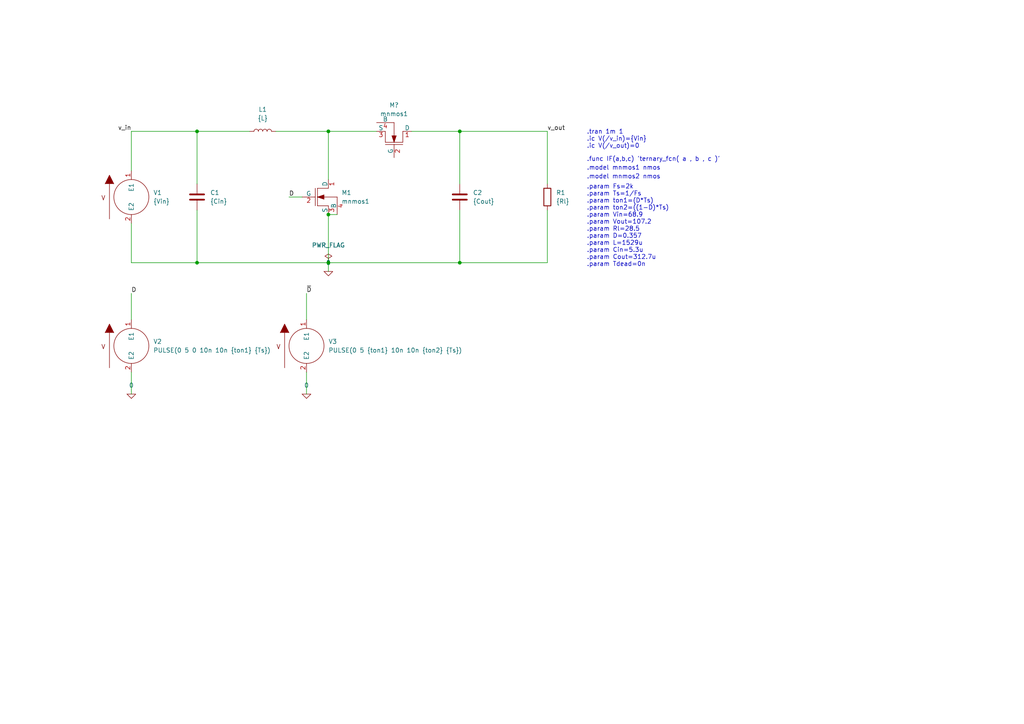
<source format=kicad_sch>
(kicad_sch (version 20211123) (generator eeschema)
  (paper "A4")
  (lib_symbols
    (symbol "Device:C" (pin_numbers hide) (pin_names (offset 0.254))
      (property "Reference" "C" (at 0.635 2.54 0))
      (property "Value" "C" (at 0.635 -2.54 0))
      (symbol "C_0_1"
        (polyline (pts (xy -2.032 -0.762) (xy 2.032 -0.762)) (stroke (width 0.508)))
        (polyline (pts (xy -2.032 0.762) (xy 2.032 0.762)) (stroke (width 0.508)))
      )
      (symbol "C_1_1"
        (pin passive line (at 0 3.81 270) (length 2.794) (name "~") (number "1"))
        (pin passive line (at 0 -3.81 90) (length 2.794) (name "~") (number "2"))
      )
    )
    (symbol "Device:L" (pin_numbers hide) (pin_names (offset 1.016) hide)
      (property "Reference" "L" (at -1.27 0 90))
      (property "Value" "L" (at 1.905 0 90))
      (symbol "L_0_1"
        (arc (start 0 -2.54) (mid 0.635 -1.905) (end 0 -1.27))
        (arc (start 0 -1.27) (mid 0.635 -0.635) (end 0 0))
        (arc (start 0 0) (mid 0.635 0.635) (end 0 1.27))
        (arc (start 0 1.27) (mid 0.635 1.905) (end 0 2.54))
      )
      (symbol "L_1_1"
        (pin passive line (at 0 3.81 270) (length 1.27) (name "1") (number "1"))
        (pin passive line (at 0 -3.81 90) (length 1.27) (name "2") (number "2"))
      )
    )
    (symbol "Device:R" (pin_numbers hide) (pin_names (offset 0))
      (property "Reference" "R" (at 2.032 0 90))
      (property "Value" "R" (at 0 0 90))
      (symbol "R_0_1"
        (rectangle (start -1.016 -2.54) (end 1.016 2.54) (stroke (width 0.254)))
      )
      (symbol "R_1_1"
        (pin passive line (at 0 3.81 270) (length 1.27) (name "~") (number "1"))
        (pin passive line (at 0 -3.81 90) (length 1.27) (name "~") (number "2"))
      )
    )
    (symbol "power:PWR_FLAG" (power) (pin_numbers hide) (pin_names (offset 0) hide)
      (property "Value" "PWR_FLAG" (at 0 3.81 0))
      (symbol "PWR_FLAG_0_0"
        (pin power_out line (at 0 0 90) (length 0) (name "pwr") (number "1"))
      )
      (symbol "PWR_FLAG_0_1"
        (polyline (pts (xy 0 0) (xy 0 1.27) (xy -1.016 1.905) (xy 0 2.54) (xy 1.016 1.905) (xy 0 1.27)))
      )
    )
    (symbol "pspice:0" (power) (pin_names (offset 0))
      (property "Value" "0" (at 0 -1.778 0))
      (symbol "0_0_1"
        (polyline (pts (xy -1.27 0) (xy 0 -1.27) (xy 1.27 0) (xy -1.27 0)))
      )
      (symbol "0_1_1"
        (pin power_in line (at 0 0 0) (length 0) hide (name "0") (number "1"))
      )
    )
    (symbol "pspice:MNMOS" (pin_names (offset 0))
      (property "Reference" "M" (at 7.62 1.27 0))
      (property "Value" "MNMOS" (at 7.62 -1.27 0))
      (symbol "MNMOS_0_1"
        (polyline (pts (xy -1.27 -2.54) (xy -1.27 2.54)))
        (polyline (pts (xy -0.635 -2.54) (xy 2.54 -2.54)))
        (polyline (pts (xy 2.54 2.54) (xy -0.635 2.54)))
        (polyline (pts (xy 5.08 0) (xy -0.635 0)))
        (polyline (pts (xy -0.635 0) (xy 1.27 0.635) (xy 1.27 -0.635) (xy -0.635 0)) (fill (type outline)))
      )
      (symbol "MNMOS_1_1"
        (polyline (pts (xy -0.635 -2.54) (xy -0.635 2.54)))
        (pin passive line (at 2.54 5.08 270) (length 2.54) (name "D") (number "1"))
        (pin input line (at -5.08 0 0) (length 3.81) (name "G") (number "2"))
        (pin passive line (at 2.54 -5.08 90) (length 2.54) (name "S") (number "3"))
        (pin input line (at 5.08 -5.08 90) (length 5.08) (name "B") (number "4"))
      )
    )
    (symbol "pspice:VSOURCE" (pin_names (offset 1.016))
      (property "Reference" "V" (at -6.35 7.62 0))
      (property "Value" "VSOURCE" (at 0 0 0))
      (symbol "VSOURCE_0_1"
        (polyline (pts (xy -6.35 -6.35) (xy -6.35 3.81)) (fill (type outline)))
        (polyline (pts (xy -7.62 3.81) (xy -6.35 6.35) (xy -5.08 3.81)) (fill (type outline)))
        (circle (center 0 0) (radius 5.08))
        (text "V" (at -8.128 -0.254 0) (effects (font (size 1.27 1.27))))
      )
      (symbol "VSOURCE_1_1"
        (pin input line (at 0 7.62 270) (length 2.54) (name "E1") (number "1"))
        (pin input line (at 0 -7.62 90) (length 2.54) (name "E2") (number "2"))
      )
    )
  )
  (junction (at 57.15 76.2))
  (junction (at 57.15 38.1))
  (junction (at 133.35 38.1))
  (junction (at 95.25 62.23))
  (junction (at 95.25 76.2))
  (junction (at 133.35 76.2))
  (junction (at 95.25 38.1))
  (wire (pts (xy 88.9 107.95) (xy 88.9 114.3)))
  (wire (pts (xy 57.15 38.1) (xy 57.15 53.34)))
  (wire (pts (xy 133.35 38.1) (xy 133.35 53.34)))
  (wire (pts (xy 95.25 38.1) (xy 109.22 38.1)))
  (wire (pts (xy 38.1 64.77) (xy 38.1 76.2)))
  (wire (pts (xy 133.35 38.1) (xy 158.75 38.1)))
  (wire (pts (xy 80.01 38.1) (xy 95.25 38.1)))
  (wire (pts (xy 38.1 85.09) (xy 38.1 92.71)))
  (wire (pts (xy 95.25 62.23) (xy 97.79 62.23)))
  (wire (pts (xy 88.9 85.09) (xy 88.9 92.71)))
  (wire (pts (xy 95.25 76.2) (xy 133.35 76.2)))
  (wire (pts (xy 57.15 38.1) (xy 72.39 38.1)))
  (wire (pts (xy 83.82 57.15) (xy 87.63 57.15)))
  (wire (pts (xy 95.25 62.23) (xy 95.25 76.2)))
  (wire (pts (xy 95.25 38.1) (xy 95.25 52.07)))
  (wire (pts (xy 57.15 60.96) (xy 57.15 76.2)))
  (wire (pts (xy 158.75 38.1) (xy 158.75 53.34)))
  (wire (pts (xy 133.35 76.2) (xy 158.75 76.2)))
  (wire (pts (xy 38.1 38.1) (xy 57.15 38.1)))
  (wire (pts (xy 38.1 76.2) (xy 57.15 76.2)))
  (wire (pts (xy 119.38 38.1) (xy 133.35 38.1)))
  (wire (pts (xy 38.1 107.95) (xy 38.1 114.3)))
  (wire (pts (xy 57.15 76.2) (xy 95.25 76.2)))
  (wire (pts (xy 133.35 60.96) (xy 133.35 76.2)))
  (wire (pts (xy 38.1 49.53) (xy 38.1 38.1)))
  (wire (pts (xy 158.75 60.96) (xy 158.75 76.2)))
  (wire (pts (xy 95.25 78.74) (xy 95.25 76.2)))
  (text ".func IF(a,b,c) 'ternary_fcn( a , b , c )'\n" (at 170.18 46.99 0) (effects (font (size 1.27 1.27)) (justify left bottom)))
  (text ".model mnmos2 nmos" (at 170.18 52.07 0) (effects (font (size 1.27 1.27)) (justify left bottom)))
  (text ".model mnmos1 nmos" (at 170.18 49.53 0) (effects (font (size 1.27 1.27)) (justify left bottom)))
  (text ".tran 1m 1\n.ic V(/v_in)={Vin}\n.ic V(/v_out)=0" (at 170.18 43.18 0) (effects (font (size 1.27 1.27)) (justify left bottom)))
  (text ".param Fs=2k\n.param Ts=1/Fs\n.param ton1=(D*Ts)\n.param ton2=((1-D)*Ts)\n.param Vin=68.9\n.param Vout=107.2\n.param Rl=28.5\n.param D=0.357\n.param L=1529u\n.param Cin=5.3u\n.param Cout=312.7u\n.param Tdead=0n" (at 170.18 77.47 0) (effects (font (size 1.27 1.27)) (justify left bottom)))
  (label "~{D}" (at 88.9 85.09 0))
  (label "v_in" (at 38.1 38.1 180))
  (label "D" (at 83.82 57.15 0))
  (label "D" (at 38.1 85.09 0))
  (label "v_out" (at 158.75 38.1 0))
  (symbol (lib_id "pspice:0") (at 88.9 114.3 0) (unit 1)
    (property "Reference" "#GND02" (effects hide))
    (property "Value" "0" (at 88.9 111.76 0))
  )
  (symbol (lib_id "pspice:VSOURCE") (at 88.9 100.33 0) (unit 1)
    (property "Reference" "V3" (at 95.25 99.0599 0) (effects (justify left)))
    (property "Value" "PULSE(0 5 {ton1} 10n 10n {ton2} {Ts})" (at 95.25 101.5999 0) (effects (justify left)))
  )
  (symbol (lib_id "Device:L") (at 76.2 38.1 90) (unit 1)
    (property "Reference" "L1" (at 76.2 31.75 90))
    (property "Value" "{L}" (at 76.2 34.29 90))
  )
  (symbol (lib_id "pspice:0") (at 95.25 78.74 0) (unit 1)
    (property "Reference" "#GND03" (effects hide))
    (property "Value" "0" (at 95.25 76.2 0))
  )
  (symbol (lib_id "pspice:0") (at 38.1 114.3 0) (unit 1)
    (property "Reference" "#GND01" (effects hide))
    (property "Value" "0" (at 38.1 111.76 0))
  )
  (symbol (lib_id "pspice:MNMOS") (at 92.71 57.15 0) (unit 1)
    (property "Reference" "M1" (at 99.06 55.8799 0) (effects (justify left)))
    (property "Value" "mnmos1" (at 99.06 58.4199 0) (effects (justify left)))
  )
  (symbol (lib_id "power:PWR_FLAG") (at 95.25 76.2 0) (unit 1)
    (property "Reference" "#FLG01" (effects hide))
    (property "Value" "PWR_FLAG" (at 95.25 71.12 0))
  )
  (symbol (lib_id "Device:R") (at 158.75 57.15 0) (unit 1)
    (property "Reference" "R1" (at 161.29 55.8799 0) (effects (justify left)))
    (property "Value" "{Rl}" (at 161.29 58.4199 0) (effects (justify left)))
  )
  (symbol (lib_id "pspice:VSOURCE") (at 38.1 57.15 0) (unit 1)
    (property "Reference" "V1" (at 44.45 55.8799 0) (effects (justify left)))
    (property "Value" "{Vin}" (at 44.45 58.4199 0) (effects (justify left)))
  )
  (symbol (lib_id "Device:C") (at 133.35 57.15 0) (unit 1)
    (property "Reference" "C2" (at 137.16 55.8799 0) (effects (justify left)))
    (property "Value" "{Cout}" (at 137.16 58.4199 0) (effects (justify left)))
  )
  (symbol (lib_id "Device:C") (at 57.15 57.15 0) (unit 1)
    (property "Reference" "C1" (at 60.96 55.8799 0) (effects (justify left)))
    (property "Value" "{Cin}" (at 60.96 58.4199 0) (effects (justify left)))
  )
  (symbol (lib_id "pspice:VSOURCE") (at 38.1 100.33 0) (unit 1)
    (property "Reference" "V2" (at 44.45 99.0599 0) (effects (justify left)))
    (property "Value" "PULSE(0 5 0 10n 10n {ton1} {Ts})" (at 44.45 101.5999 0) (effects (justify left)))
  )
  (symbol (lib_id "pspice:MNMOS") (at 114.3 40.64 270) (mirror x) (unit 1)
    (property "Reference" "M?" (at 114.3 30.48 90))
    (property "Value" "mnmos1" (at 114.3 33.02 90))
  )
)
</source>
